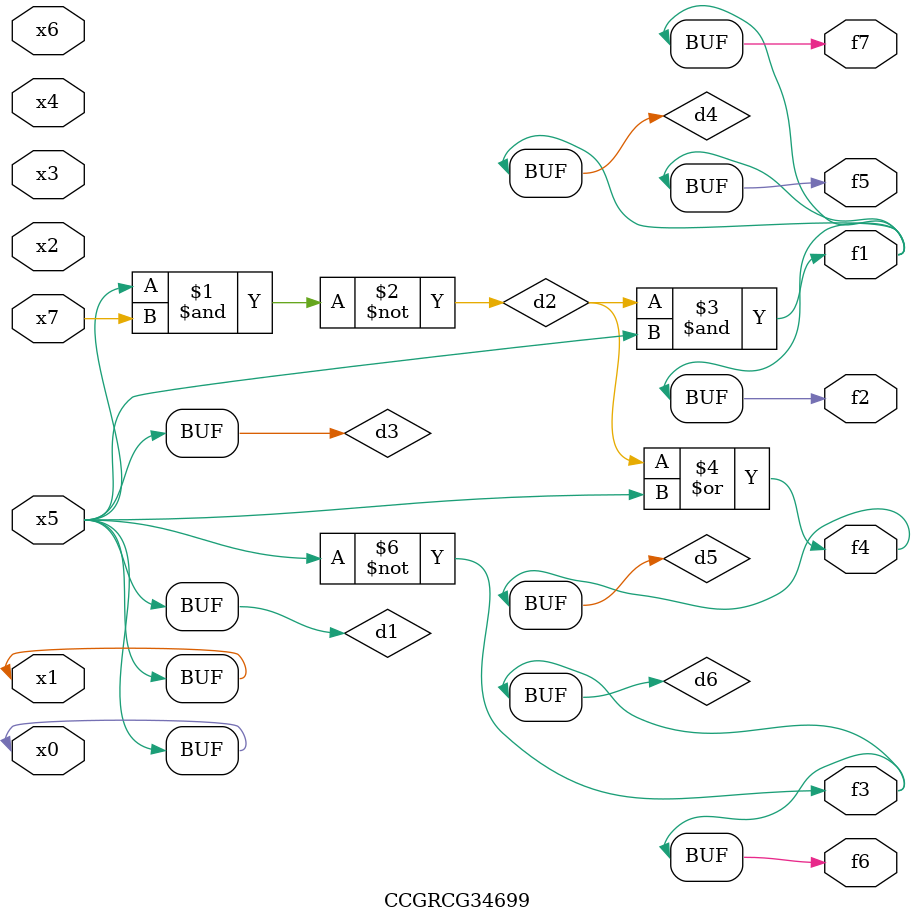
<source format=v>
module CCGRCG34699(
	input x0, x1, x2, x3, x4, x5, x6, x7,
	output f1, f2, f3, f4, f5, f6, f7
);

	wire d1, d2, d3, d4, d5, d6;

	buf (d1, x0, x5);
	nand (d2, x5, x7);
	buf (d3, x0, x1);
	and (d4, d2, d3);
	or (d5, d2, d3);
	nor (d6, d1, d3);
	assign f1 = d4;
	assign f2 = d4;
	assign f3 = d6;
	assign f4 = d5;
	assign f5 = d4;
	assign f6 = d6;
	assign f7 = d4;
endmodule

</source>
